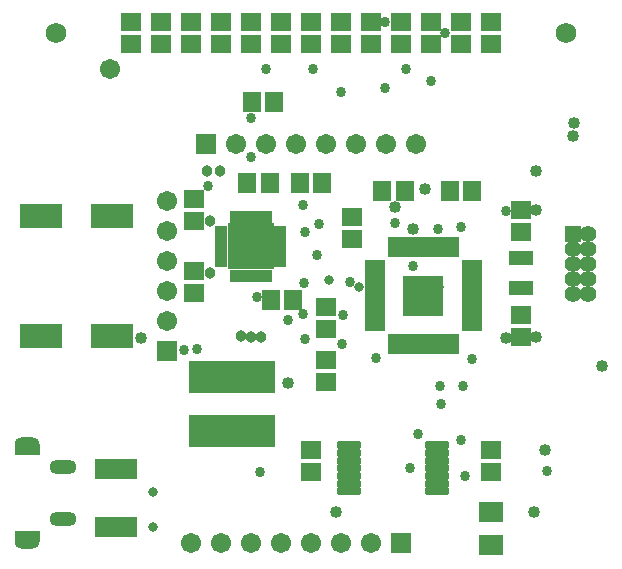
<source format=gbs>
G04*
G04 #@! TF.GenerationSoftware,Altium Limited,Altium Designer,19.1.8 (144)*
G04*
G04 Layer_Color=16711935*
%FSLAX25Y25*%
%MOIN*%
G70*
G01*
G75*
%ADD23R,0.05918X0.06706*%
%ADD24R,0.06706X0.05918*%
%ADD25R,0.06706X0.06706*%
%ADD26C,0.06706*%
%ADD27O,0.09068X0.04934*%
%ADD28O,0.08280X0.04540*%
%ADD29R,0.05524X0.05524*%
%ADD30C,0.05524*%
%ADD31R,0.06706X0.06706*%
%ADD32C,0.06800*%
%ADD33C,0.03200*%
%ADD34C,0.03400*%
%ADD35C,0.03800*%
%ADD36C,0.04000*%
%ADD60R,0.13800X0.13800*%
G04:AMPARAMS|DCode=72|XSize=25.72mil|YSize=80.83mil|CornerRadius=5.95mil|HoleSize=0mil|Usage=FLASHONLY|Rotation=90.000|XOffset=0mil|YOffset=0mil|HoleType=Round|Shape=RoundedRectangle|*
%AMROUNDEDRECTD72*
21,1,0.02572,0.06894,0,0,90.0*
21,1,0.01382,0.08083,0,0,90.0*
1,1,0.01190,0.03447,0.00691*
1,1,0.01190,0.03447,-0.00691*
1,1,0.01190,-0.03447,-0.00691*
1,1,0.01190,-0.03447,0.00691*
%
%ADD72ROUNDEDRECTD72*%
%ADD73R,0.15761X0.15761*%
%ADD74R,0.03950X0.01981*%
%ADD75R,0.01981X0.03950*%
%ADD76R,0.01900X0.06600*%
%ADD77R,0.06600X0.01900*%
%ADD78R,0.28753X0.10642*%
%ADD79R,0.14186X0.07887*%
%ADD80R,0.07887X0.07099*%
%ADD81R,0.14100X0.06700*%
%ADD82R,0.08280X0.05131*%
G36*
X1327Y-184680D02*
Y-180865D01*
X9602D01*
Y-184680D01*
X1327D01*
D02*
G37*
G36*
X1329Y-155645D02*
Y-151782D01*
X9602D01*
Y-155645D01*
X1329D01*
D02*
G37*
D23*
X86620Y-103800D02*
D03*
X94100D02*
D03*
X80260Y-38000D02*
D03*
X87740D02*
D03*
X86240Y-65000D02*
D03*
X78760D02*
D03*
X96260D02*
D03*
X103740D02*
D03*
X131240Y-67500D02*
D03*
X123760D02*
D03*
X153740D02*
D03*
X146260D02*
D03*
D24*
X120000Y-18740D02*
D03*
Y-11260D02*
D03*
X70000Y-18740D02*
D03*
Y-11260D02*
D03*
X40000Y-18740D02*
D03*
Y-11260D02*
D03*
X160000D02*
D03*
Y-18740D02*
D03*
X105000Y-113740D02*
D03*
Y-106260D02*
D03*
Y-123760D02*
D03*
Y-131240D02*
D03*
X113800Y-83740D02*
D03*
Y-76260D02*
D03*
X170000Y-73760D02*
D03*
Y-81240D02*
D03*
Y-116240D02*
D03*
Y-108760D02*
D03*
X160000Y-153760D02*
D03*
Y-161240D02*
D03*
X100000D02*
D03*
Y-153760D02*
D03*
X61000Y-101740D02*
D03*
Y-94260D02*
D03*
Y-70260D02*
D03*
Y-77740D02*
D03*
X100000Y-11260D02*
D03*
Y-18740D02*
D03*
X150000Y-11260D02*
D03*
Y-18740D02*
D03*
X130000Y-11260D02*
D03*
Y-18740D02*
D03*
X110000D02*
D03*
Y-11260D02*
D03*
X140000Y-18740D02*
D03*
Y-11260D02*
D03*
X90000Y-18740D02*
D03*
Y-11260D02*
D03*
X80000D02*
D03*
Y-18740D02*
D03*
X50000Y-11260D02*
D03*
Y-18740D02*
D03*
X60000D02*
D03*
Y-11260D02*
D03*
D25*
X65000Y-52008D02*
D03*
X130000Y-185000D02*
D03*
D26*
X75000Y-52008D02*
D03*
X85000D02*
D03*
X95000D02*
D03*
X105000D02*
D03*
X115000D02*
D03*
X125000D02*
D03*
X135000D02*
D03*
X52008Y-110866D02*
D03*
Y-100866D02*
D03*
Y-90866D02*
D03*
Y-80866D02*
D03*
Y-70866D02*
D03*
X120000Y-185000D02*
D03*
X110000D02*
D03*
X100000D02*
D03*
X90000D02*
D03*
X80000D02*
D03*
X70000D02*
D03*
X60000D02*
D03*
X33000Y-27000D02*
D03*
D27*
X17279Y-159483D02*
D03*
Y-177003D02*
D03*
D28*
X5469Y-151806D02*
D03*
Y-184680D02*
D03*
D29*
X187461Y-81831D02*
D03*
D30*
X192461D02*
D03*
Y-86831D02*
D03*
X187461Y-91831D02*
D03*
X192461D02*
D03*
X187461Y-96831D02*
D03*
X192461D02*
D03*
X187461Y-101831D02*
D03*
X192461D02*
D03*
X187461Y-86831D02*
D03*
D31*
X52008Y-120866D02*
D03*
D32*
X15000Y-15000D02*
D03*
X185000D02*
D03*
D33*
X47500Y-168025D02*
D03*
Y-179433D02*
D03*
X116200Y-99700D02*
D03*
X105900Y-97400D02*
D03*
D34*
X57700Y-120482D02*
D03*
X61900Y-120400D02*
D03*
X113200Y-97800D02*
D03*
X110600Y-109000D02*
D03*
X110400Y-118500D02*
D03*
X102017Y-89025D02*
D03*
X65600Y-66000D02*
D03*
X80100Y-56400D02*
D03*
X98050Y-117075D02*
D03*
X127900Y-78200D02*
D03*
X80200Y-43300D02*
D03*
X142500Y-80379D02*
D03*
X150175Y-79475D02*
D03*
X83000Y-161311D02*
D03*
X143500Y-138500D02*
D03*
X144600Y-15000D02*
D03*
X140000Y-31025D02*
D03*
X100800Y-26900D02*
D03*
X124800Y-11300D02*
D03*
X151400Y-162500D02*
D03*
X132900Y-160000D02*
D03*
X178600Y-161000D02*
D03*
X98100Y-81100D02*
D03*
X164900Y-74400D02*
D03*
X142600Y-99600D02*
D03*
X85000Y-26925D02*
D03*
X131575D02*
D03*
X110200Y-34700D02*
D03*
X97400Y-72125D02*
D03*
X92300Y-110425D02*
D03*
X124600Y-33325D02*
D03*
X135800Y-148725D02*
D03*
X133900Y-92525D02*
D03*
X143200Y-132625D02*
D03*
X150800D02*
D03*
X150100Y-150525D02*
D03*
X97700Y-98325D02*
D03*
X153700Y-123425D02*
D03*
X121600Y-123325D02*
D03*
X97400Y-108725D02*
D03*
X102800Y-78525D02*
D03*
X82000Y-103000D02*
D03*
D35*
X69600Y-126500D02*
D03*
X69500Y-130200D02*
D03*
X66500Y-77500D02*
D03*
Y-95000D02*
D03*
X80170Y-116100D02*
D03*
X83400D02*
D03*
X76840Y-116000D02*
D03*
X69700Y-60900D02*
D03*
X65500Y-61000D02*
D03*
X77000Y-90500D02*
D03*
X84000D02*
D03*
X77000Y-82000D02*
D03*
X84000Y-86000D02*
D03*
Y-82000D02*
D03*
X77000Y-86000D02*
D03*
D36*
X92500Y-131500D02*
D03*
X108500Y-174500D02*
D03*
X43500Y-116500D02*
D03*
X175000Y-74000D02*
D03*
X138000Y-67000D02*
D03*
X134100Y-80400D02*
D03*
X175100Y-61000D02*
D03*
X197000Y-126000D02*
D03*
X178000Y-154000D02*
D03*
X174500Y-174600D02*
D03*
X187575Y-44910D02*
D03*
X187500Y-49400D02*
D03*
X174900Y-116400D02*
D03*
X165200Y-116600D02*
D03*
X128000Y-72800D02*
D03*
D60*
X137500Y-102500D02*
D03*
D72*
X112835Y-167677D02*
D03*
Y-165118D02*
D03*
Y-162559D02*
D03*
Y-160000D02*
D03*
Y-157441D02*
D03*
Y-154882D02*
D03*
Y-152323D02*
D03*
X142165Y-167677D02*
D03*
Y-165118D02*
D03*
Y-162559D02*
D03*
Y-160000D02*
D03*
Y-157441D02*
D03*
Y-154882D02*
D03*
Y-152323D02*
D03*
D73*
X80000Y-86000D02*
D03*
D74*
X70157Y-80094D02*
D03*
Y-82063D02*
D03*
Y-84031D02*
D03*
Y-86000D02*
D03*
Y-87968D02*
D03*
Y-89937D02*
D03*
Y-91905D02*
D03*
X89842D02*
D03*
Y-89937D02*
D03*
Y-87968D02*
D03*
Y-86000D02*
D03*
Y-84031D02*
D03*
Y-82063D02*
D03*
Y-80094D02*
D03*
D75*
X74094Y-95842D02*
D03*
X76063D02*
D03*
X78031D02*
D03*
X80000D02*
D03*
X81968D02*
D03*
X83937D02*
D03*
X85905D02*
D03*
Y-76157D02*
D03*
X83937D02*
D03*
X81968D02*
D03*
X80000D02*
D03*
X78031D02*
D03*
X76063D02*
D03*
X74094D02*
D03*
D76*
X148327Y-86300D02*
D03*
X146358D02*
D03*
X144390D02*
D03*
X142421D02*
D03*
X140453D02*
D03*
X138484D02*
D03*
X136516D02*
D03*
X134547D02*
D03*
X132579D02*
D03*
X130610D02*
D03*
X128642D02*
D03*
X126673D02*
D03*
Y-118700D02*
D03*
X128642D02*
D03*
X130610D02*
D03*
X132579D02*
D03*
X134547D02*
D03*
X136516D02*
D03*
X138484D02*
D03*
X140453D02*
D03*
X142421D02*
D03*
X144390D02*
D03*
X146358D02*
D03*
X148327D02*
D03*
D77*
X121300Y-91673D02*
D03*
Y-93642D02*
D03*
Y-95610D02*
D03*
Y-97579D02*
D03*
Y-99547D02*
D03*
Y-101516D02*
D03*
Y-103484D02*
D03*
Y-105453D02*
D03*
Y-107421D02*
D03*
Y-109390D02*
D03*
Y-111358D02*
D03*
Y-113327D02*
D03*
X153700D02*
D03*
Y-111358D02*
D03*
Y-109390D02*
D03*
Y-107421D02*
D03*
Y-105453D02*
D03*
Y-103484D02*
D03*
Y-101516D02*
D03*
Y-99547D02*
D03*
Y-97579D02*
D03*
Y-95610D02*
D03*
Y-93642D02*
D03*
Y-91673D02*
D03*
D78*
X73600Y-147555D02*
D03*
Y-129445D02*
D03*
D79*
X10189Y-116000D02*
D03*
X33811D02*
D03*
X10189Y-76000D02*
D03*
X33811D02*
D03*
D80*
X160000Y-185512D02*
D03*
Y-174488D02*
D03*
D81*
X35000Y-179600D02*
D03*
Y-160400D02*
D03*
D82*
X170000Y-99921D02*
D03*
Y-90079D02*
D03*
M02*

</source>
